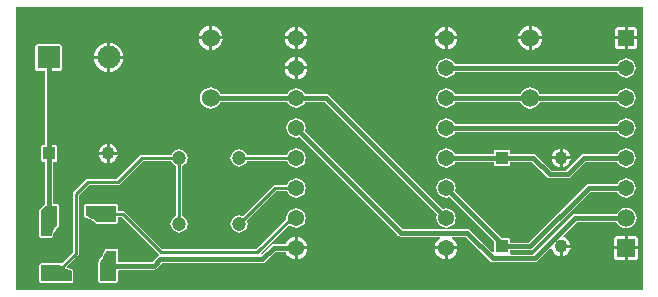
<source format=gtl>
G04 Layer_Physical_Order=1*
G04 Layer_Color=255*
%FSLAX44Y44*%
%MOMM*%
G71*
G01*
G75*
%ADD10R,1.0000X1.0000*%
%ADD11R,1.0000X1.0000*%
%ADD12C,0.3810*%
%ADD13C,0.2540*%
%ADD14C,1.3716*%
%ADD15C,1.9500*%
%ADD16R,1.9500X1.9500*%
%ADD17R,1.1000X1.1000*%
%ADD18C,1.1000*%
%ADD19R,1.5000X1.5000*%
%ADD20C,1.5000*%
%ADD21R,1.3700X1.3700*%
%ADD22C,1.3700*%
%ADD23C,1.2000*%
%ADD24C,1.5240*%
G36*
X1173430Y544880D02*
X642670D01*
Y784810D01*
X1173430D01*
Y544880D01*
D02*
G37*
%LPC*%
G36*
X1112442Y655320D02*
X1105770D01*
Y648648D01*
X1106599Y648757D01*
X1108555Y649567D01*
X1110234Y650856D01*
X1111523Y652535D01*
X1112333Y654491D01*
X1112442Y655320D01*
D02*
G37*
G36*
X719690Y659130D02*
X713018D01*
X713127Y658301D01*
X713937Y656345D01*
X715226Y654666D01*
X716905Y653377D01*
X718861Y652567D01*
X719690Y652458D01*
Y659130D01*
D02*
G37*
G36*
X728902D02*
X722230D01*
Y652458D01*
X723059Y652567D01*
X725015Y653377D01*
X726694Y654666D01*
X727983Y656345D01*
X728793Y658301D01*
X728902Y659130D01*
D02*
G37*
G36*
X880110Y690188D02*
X877988Y689909D01*
X876011Y689090D01*
X874313Y687787D01*
X873010Y686089D01*
X872191Y684112D01*
X871912Y681990D01*
X872191Y679868D01*
X873010Y677891D01*
X874313Y676193D01*
X876011Y674890D01*
X877988Y674071D01*
X880110Y673792D01*
X882232Y674071D01*
X883094Y674428D01*
X966721Y590801D01*
X967771Y590099D01*
X969010Y589853D01*
X1002078D01*
X1002358Y588652D01*
X1002349Y588583D01*
X1000407Y587093D01*
X998901Y585130D01*
X997954Y582843D01*
X997798Y581660D01*
X1007110D01*
X1016422D01*
X1016266Y582843D01*
X1015319Y585130D01*
X1013813Y587093D01*
X1011871Y588583D01*
X1011862Y588652D01*
X1012142Y589853D01*
X1023549D01*
X1044191Y569211D01*
X1045241Y568509D01*
X1046480Y568263D01*
X1082040D01*
X1083279Y568509D01*
X1084329Y569211D01*
X1095421Y580302D01*
X1096623Y579894D01*
X1096667Y579561D01*
X1097477Y577605D01*
X1098766Y575926D01*
X1100445Y574637D01*
X1102401Y573827D01*
X1103230Y573718D01*
Y581660D01*
X1104500D01*
Y582930D01*
X1112442D01*
X1112333Y583759D01*
X1111523Y585715D01*
X1110234Y587394D01*
X1108555Y588683D01*
X1106599Y589493D01*
X1106266Y589537D01*
X1105858Y590740D01*
X1117671Y602553D01*
X1151358D01*
X1151849Y601367D01*
X1153255Y599535D01*
X1155087Y598129D01*
X1157221Y597246D01*
X1159510Y596944D01*
X1161799Y597246D01*
X1163933Y598129D01*
X1165765Y599535D01*
X1167171Y601367D01*
X1168054Y603501D01*
X1168356Y605790D01*
X1168054Y608079D01*
X1167171Y610213D01*
X1165765Y612045D01*
X1163933Y613451D01*
X1161799Y614334D01*
X1159510Y614636D01*
X1157221Y614334D01*
X1155087Y613451D01*
X1153255Y612045D01*
X1151849Y610213D01*
X1151358Y609027D01*
X1116330D01*
X1115091Y608781D01*
X1114041Y608079D01*
X1080699Y574737D01*
X1062160D01*
X1061311Y576007D01*
X1061375Y576160D01*
Y578423D01*
X1078230D01*
X1079469Y578669D01*
X1080519Y579371D01*
X1129101Y627953D01*
X1152062D01*
X1152417Y627095D01*
X1153719Y625399D01*
X1155415Y624097D01*
X1157390Y623279D01*
X1159510Y623000D01*
X1161630Y623279D01*
X1163605Y624097D01*
X1165301Y625399D01*
X1166603Y627095D01*
X1167421Y629070D01*
X1167700Y631190D01*
X1167421Y633310D01*
X1166603Y635285D01*
X1165301Y636981D01*
X1163605Y638283D01*
X1161630Y639101D01*
X1159510Y639380D01*
X1157390Y639101D01*
X1155415Y638283D01*
X1153719Y636981D01*
X1152417Y635285D01*
X1152062Y634427D01*
X1127760D01*
X1126521Y634181D01*
X1125471Y633479D01*
X1076889Y584897D01*
X1061375D01*
Y587160D01*
X1060972Y588132D01*
X1060000Y588535D01*
X1054343D01*
X1014672Y628206D01*
X1015029Y629068D01*
X1015308Y631190D01*
X1015029Y633312D01*
X1014210Y635289D01*
X1012907Y636987D01*
X1011209Y638290D01*
X1009232Y639109D01*
X1007110Y639388D01*
X1004988Y639109D01*
X1003011Y638290D01*
X1001313Y636987D01*
X1000010Y635289D01*
X999191Y633312D01*
X998912Y631190D01*
X999191Y629068D01*
X1000010Y627091D01*
X1001313Y625393D01*
X1003011Y624090D01*
X1004988Y623271D01*
X1007110Y622992D01*
X1009232Y623271D01*
X1010094Y623628D01*
X1047625Y586096D01*
Y576729D01*
X1046355Y576203D01*
X1027179Y595379D01*
X1026129Y596081D01*
X1024890Y596327D01*
X970351D01*
X887672Y679006D01*
X888029Y679868D01*
X888308Y681990D01*
X888029Y684112D01*
X887210Y686089D01*
X885907Y687787D01*
X884209Y689090D01*
X882232Y689909D01*
X880110Y690188D01*
D02*
G37*
G36*
X1007110Y664788D02*
X1004988Y664509D01*
X1003011Y663690D01*
X1001313Y662387D01*
X1000010Y660689D01*
X999191Y658712D01*
X998912Y656590D01*
X999191Y654468D01*
X1000010Y652491D01*
X1001313Y650793D01*
X1003011Y649490D01*
X1004988Y648671D01*
X1007110Y648392D01*
X1009232Y648671D01*
X1011209Y649490D01*
X1012907Y650793D01*
X1014210Y652491D01*
X1014567Y653353D01*
X1047625D01*
Y651090D01*
X1048028Y650118D01*
X1049000Y649715D01*
X1060000D01*
X1060972Y650118D01*
X1061375Y651090D01*
Y653353D01*
X1079429D01*
X1092451Y640331D01*
X1093501Y639629D01*
X1094740Y639383D01*
X1109980D01*
X1111219Y639629D01*
X1112269Y640331D01*
X1125291Y653353D01*
X1152062D01*
X1152417Y652495D01*
X1153719Y650799D01*
X1155415Y649497D01*
X1157390Y648679D01*
X1159510Y648400D01*
X1161630Y648679D01*
X1163605Y649497D01*
X1165301Y650799D01*
X1166603Y652495D01*
X1167421Y654470D01*
X1167700Y656590D01*
X1167421Y658710D01*
X1166603Y660685D01*
X1165301Y662381D01*
X1163605Y663683D01*
X1161630Y664501D01*
X1159510Y664780D01*
X1157390Y664501D01*
X1155415Y663683D01*
X1153719Y662381D01*
X1152417Y660685D01*
X1152062Y659827D01*
X1123950D01*
X1122711Y659581D01*
X1121661Y658879D01*
X1108639Y645857D01*
X1096081D01*
X1083059Y658879D01*
X1082009Y659581D01*
X1080770Y659827D01*
X1061375D01*
Y662090D01*
X1060972Y663062D01*
X1060000Y663465D01*
X1049000D01*
X1048028Y663062D01*
X1047625Y662090D01*
Y659827D01*
X1014567D01*
X1014210Y660689D01*
X1012907Y662387D01*
X1011209Y663690D01*
X1009232Y664509D01*
X1007110Y664788D01*
D02*
G37*
G36*
X1103230Y655320D02*
X1096558D01*
X1096667Y654491D01*
X1097477Y652535D01*
X1098766Y650856D01*
X1100445Y649567D01*
X1102401Y648757D01*
X1103230Y648648D01*
Y655320D01*
D02*
G37*
G36*
Y664532D02*
X1102401Y664423D01*
X1100445Y663613D01*
X1098766Y662324D01*
X1097477Y660645D01*
X1096667Y658689D01*
X1096558Y657860D01*
X1103230D01*
Y664532D01*
D02*
G37*
G36*
X722230Y668342D02*
Y661670D01*
X728902D01*
X728793Y662499D01*
X727983Y664455D01*
X726694Y666134D01*
X725015Y667423D01*
X723059Y668233D01*
X722230Y668342D01*
D02*
G37*
G36*
X1007110Y690188D02*
X1004988Y689909D01*
X1003011Y689090D01*
X1001313Y687787D01*
X1000010Y686089D01*
X999191Y684112D01*
X998912Y681990D01*
X999191Y679868D01*
X1000010Y677891D01*
X1001313Y676193D01*
X1003011Y674890D01*
X1004988Y674071D01*
X1007110Y673792D01*
X1009232Y674071D01*
X1011209Y674890D01*
X1012907Y676193D01*
X1014210Y677891D01*
X1014567Y678753D01*
X1152062D01*
X1152417Y677895D01*
X1153719Y676199D01*
X1155415Y674897D01*
X1157390Y674079D01*
X1159510Y673800D01*
X1161630Y674079D01*
X1163605Y674897D01*
X1165301Y676199D01*
X1166603Y677895D01*
X1167421Y679870D01*
X1167700Y681990D01*
X1167421Y684110D01*
X1166603Y686085D01*
X1165301Y687781D01*
X1163605Y689083D01*
X1161630Y689901D01*
X1159510Y690180D01*
X1157390Y689901D01*
X1155415Y689083D01*
X1153719Y687781D01*
X1152417Y686085D01*
X1152062Y685227D01*
X1014567D01*
X1014210Y686089D01*
X1012907Y687787D01*
X1011209Y689090D01*
X1009232Y689909D01*
X1007110Y690188D01*
D02*
G37*
G36*
X1078230Y716357D02*
X1075909Y716051D01*
X1073747Y715155D01*
X1071890Y713730D01*
X1070465Y711873D01*
X1069948Y710627D01*
X1014567D01*
X1014210Y711489D01*
X1012907Y713187D01*
X1011209Y714490D01*
X1009232Y715309D01*
X1007110Y715588D01*
X1004988Y715309D01*
X1003011Y714490D01*
X1001313Y713187D01*
X1000010Y711489D01*
X999191Y709512D01*
X998912Y707390D01*
X999191Y705268D01*
X1000010Y703291D01*
X1001313Y701593D01*
X1003011Y700290D01*
X1004988Y699471D01*
X1007110Y699192D01*
X1009232Y699471D01*
X1011209Y700290D01*
X1012907Y701593D01*
X1014210Y703291D01*
X1014567Y704153D01*
X1069948D01*
X1070465Y702907D01*
X1071890Y701050D01*
X1073747Y699625D01*
X1075909Y698729D01*
X1078230Y698423D01*
X1080551Y698729D01*
X1082713Y699625D01*
X1084570Y701050D01*
X1085995Y702907D01*
X1086512Y704153D01*
X1152062D01*
X1152417Y703295D01*
X1153719Y701599D01*
X1155415Y700297D01*
X1157390Y699479D01*
X1159510Y699200D01*
X1161630Y699479D01*
X1163605Y700297D01*
X1165301Y701599D01*
X1166603Y703295D01*
X1167421Y705270D01*
X1167700Y707390D01*
X1167421Y709510D01*
X1166603Y711485D01*
X1165301Y713181D01*
X1163605Y714483D01*
X1161630Y715301D01*
X1159510Y715580D01*
X1157390Y715301D01*
X1155415Y714483D01*
X1153719Y713181D01*
X1152417Y711485D01*
X1152062Y710627D01*
X1086512D01*
X1085995Y711873D01*
X1084570Y713730D01*
X1082713Y715155D01*
X1080551Y716051D01*
X1078230Y716357D01*
D02*
G37*
G36*
X1105770Y664532D02*
Y657860D01*
X1112442D01*
X1112333Y658689D01*
X1111523Y660645D01*
X1110234Y662324D01*
X1108555Y663613D01*
X1106599Y664423D01*
X1105770Y664532D01*
D02*
G37*
G36*
X880110Y664788D02*
X877988Y664509D01*
X876011Y663690D01*
X874313Y662387D01*
X873010Y660689D01*
X872385Y659180D01*
X838646D01*
X838200Y660256D01*
X837035Y661775D01*
X835516Y662940D01*
X833748Y663673D01*
X831850Y663923D01*
X829952Y663673D01*
X828184Y662940D01*
X826665Y661775D01*
X825500Y660256D01*
X824767Y658488D01*
X824517Y656590D01*
X824767Y654692D01*
X825500Y652924D01*
X826665Y651405D01*
X828184Y650240D01*
X829952Y649507D01*
X831850Y649257D01*
X833748Y649507D01*
X835516Y650240D01*
X837035Y651405D01*
X838200Y652924D01*
X838646Y654000D01*
X872385D01*
X873010Y652491D01*
X874313Y650793D01*
X876011Y649490D01*
X877988Y648671D01*
X880110Y648392D01*
X882232Y648671D01*
X884209Y649490D01*
X885907Y650793D01*
X887210Y652491D01*
X888029Y654468D01*
X888308Y656590D01*
X888029Y658712D01*
X887210Y660689D01*
X885907Y662387D01*
X884209Y663690D01*
X882232Y664509D01*
X880110Y664788D01*
D02*
G37*
G36*
X719690Y668342D02*
X718861Y668233D01*
X716905Y667423D01*
X715226Y666134D01*
X713937Y664455D01*
X713127Y662499D01*
X713018Y661670D01*
X719690D01*
Y668342D01*
D02*
G37*
G36*
X880110Y639388D02*
X877988Y639109D01*
X876011Y638290D01*
X874313Y636987D01*
X873010Y635289D01*
X872385Y633780D01*
X862330D01*
X861339Y633583D01*
X860499Y633021D01*
X834824Y607347D01*
X833748Y607793D01*
X831850Y608043D01*
X829952Y607793D01*
X828184Y607060D01*
X826665Y605895D01*
X825500Y604376D01*
X824767Y602608D01*
X824517Y600710D01*
X824767Y598812D01*
X825500Y597044D01*
X826665Y595525D01*
X828184Y594360D01*
X829952Y593627D01*
X831850Y593377D01*
X833748Y593627D01*
X835516Y594360D01*
X837035Y595525D01*
X838200Y597044D01*
X838933Y598812D01*
X839183Y600710D01*
X838933Y602608D01*
X838487Y603684D01*
X863403Y628600D01*
X872385D01*
X873010Y627091D01*
X874313Y625393D01*
X876011Y624090D01*
X877988Y623271D01*
X880110Y622992D01*
X882232Y623271D01*
X884209Y624090D01*
X885907Y625393D01*
X887210Y627091D01*
X888029Y629068D01*
X888308Y631190D01*
X888029Y633312D01*
X887210Y635289D01*
X885907Y636987D01*
X884209Y638290D01*
X882232Y639109D01*
X880110Y639388D01*
D02*
G37*
G36*
X889422Y579120D02*
X881380D01*
Y571078D01*
X882563Y571234D01*
X884849Y572181D01*
X886813Y573687D01*
X888319Y575650D01*
X889266Y577937D01*
X889422Y579120D01*
D02*
G37*
G36*
X1016422D02*
X1008380D01*
Y571078D01*
X1009563Y571234D01*
X1011850Y572181D01*
X1013813Y573687D01*
X1015319Y575650D01*
X1016266Y577937D01*
X1016422Y579120D01*
D02*
G37*
G36*
X1112442Y580390D02*
X1105770D01*
Y573718D01*
X1106599Y573827D01*
X1108555Y574637D01*
X1110234Y575926D01*
X1111523Y577605D01*
X1112333Y579561D01*
X1112442Y580390D01*
D02*
G37*
G36*
X1158240Y579120D02*
X1149420D01*
Y572890D01*
X1149617Y571899D01*
X1150179Y571059D01*
X1151019Y570497D01*
X1152010Y570300D01*
X1158240D01*
Y579120D01*
D02*
G37*
G36*
X1169600D02*
X1160780D01*
Y570300D01*
X1167010D01*
X1168001Y570497D01*
X1168841Y571059D01*
X1169403Y571899D01*
X1169600Y572890D01*
Y579120D01*
D02*
G37*
G36*
X1005840D02*
X997798D01*
X997954Y577937D01*
X998901Y575650D01*
X1000407Y573687D01*
X1002371Y572181D01*
X1004657Y571234D01*
X1005840Y571078D01*
Y579120D01*
D02*
G37*
G36*
X1158240Y590480D02*
X1152010D01*
X1151019Y590283D01*
X1150179Y589721D01*
X1149617Y588881D01*
X1149420Y587890D01*
Y581660D01*
X1158240D01*
Y590480D01*
D02*
G37*
G36*
X781050Y663923D02*
X779152Y663673D01*
X777384Y662940D01*
X775865Y661775D01*
X774700Y660256D01*
X774254Y659180D01*
X749300D01*
X748309Y658983D01*
X747469Y658421D01*
X727907Y638860D01*
X703580D01*
X702589Y638663D01*
X701749Y638101D01*
X691589Y627941D01*
X691027Y627101D01*
X690830Y626110D01*
Y576733D01*
X681177Y567080D01*
X680963Y567257D01*
X680517Y567396D01*
X680085Y567575D01*
X663960D01*
X663960Y567575D01*
X662988Y567172D01*
X662988Y567172D01*
X662585Y566200D01*
X662585Y566200D01*
X662586Y552200D01*
X662988Y551228D01*
X662988Y551228D01*
X663960Y550826D01*
X689960Y550825D01*
X689960Y550825D01*
X689960Y550825D01*
X690486Y551043D01*
X690932Y551228D01*
X690932Y551228D01*
X690932Y551228D01*
X691117Y551674D01*
X691335Y552200D01*
X691335Y552200D01*
X691335Y552200D01*
X691334Y560962D01*
X691202Y561282D01*
X691164Y561625D01*
X691008Y561750D01*
X690931Y561934D01*
X690612Y562067D01*
X690342Y562283D01*
X689046Y562658D01*
X686763Y563544D01*
X686407Y564356D01*
X686325Y564902D01*
X695251Y573829D01*
X695813Y574669D01*
X696010Y575660D01*
Y625037D01*
X704653Y633680D01*
X728980D01*
X729971Y633877D01*
X730811Y634439D01*
X750373Y654000D01*
X774254D01*
X774700Y652924D01*
X775865Y651405D01*
X777384Y650240D01*
X778460Y649794D01*
Y607506D01*
X777384Y607060D01*
X775865Y605895D01*
X774700Y604376D01*
X773967Y602608D01*
X773717Y600710D01*
X773967Y598812D01*
X774700Y597044D01*
X775865Y595525D01*
X777384Y594360D01*
X779152Y593627D01*
X781050Y593377D01*
X782948Y593627D01*
X784716Y594360D01*
X786235Y595525D01*
X787400Y597044D01*
X788133Y598812D01*
X788383Y600710D01*
X788133Y602608D01*
X787400Y604376D01*
X786235Y605895D01*
X784716Y607060D01*
X783640Y607506D01*
Y649794D01*
X784716Y650240D01*
X786235Y651405D01*
X787400Y652924D01*
X788133Y654692D01*
X788383Y656590D01*
X788133Y658488D01*
X787400Y660256D01*
X786235Y661775D01*
X784716Y662940D01*
X782948Y663673D01*
X781050Y663923D01*
D02*
G37*
G36*
X807720Y716357D02*
X805399Y716051D01*
X803237Y715155D01*
X801380Y713730D01*
X799955Y711873D01*
X799059Y709711D01*
X798753Y707390D01*
X799059Y705069D01*
X799955Y702907D01*
X801380Y701050D01*
X803237Y699625D01*
X805399Y698729D01*
X807720Y698423D01*
X810041Y698729D01*
X812203Y699625D01*
X814060Y701050D01*
X815485Y702907D01*
X816002Y704153D01*
X872653D01*
X873010Y703291D01*
X874313Y701593D01*
X876011Y700290D01*
X877988Y699471D01*
X880110Y699192D01*
X882232Y699471D01*
X884209Y700290D01*
X885907Y701593D01*
X887210Y703291D01*
X887567Y704153D01*
X904169D01*
X999548Y608774D01*
X999191Y607912D01*
X998912Y605790D01*
X999191Y603668D01*
X1000010Y601691D01*
X1001313Y599993D01*
X1003011Y598690D01*
X1004988Y597871D01*
X1007110Y597592D01*
X1009232Y597871D01*
X1011209Y598690D01*
X1012907Y599993D01*
X1014210Y601691D01*
X1015029Y603668D01*
X1015308Y605790D01*
X1015029Y607912D01*
X1014210Y609889D01*
X1012907Y611587D01*
X1011209Y612890D01*
X1009232Y613709D01*
X1007110Y613988D01*
X1004988Y613709D01*
X1004126Y613352D01*
X907799Y709679D01*
X906749Y710381D01*
X905510Y710627D01*
X887567D01*
X887210Y711489D01*
X885907Y713187D01*
X884209Y714490D01*
X882232Y715309D01*
X880110Y715588D01*
X877988Y715309D01*
X876011Y714490D01*
X874313Y713187D01*
X873010Y711489D01*
X872653Y710627D01*
X816002D01*
X815485Y711873D01*
X814060Y713730D01*
X812203Y715155D01*
X810041Y716051D01*
X807720Y716357D01*
D02*
G37*
G36*
X727960Y617575D02*
X701960Y617575D01*
X701960Y617575D01*
X701960Y617575D01*
X701557Y617408D01*
X700988Y617172D01*
X700988Y617172D01*
X700988Y617172D01*
X700752Y616603D01*
X700585Y616200D01*
X700585Y616200D01*
X700585Y616200D01*
X700586Y607438D01*
X700586Y607438D01*
X700718Y607118D01*
X700756Y606775D01*
X700912Y606650D01*
X700988Y606466D01*
X700988Y606466D01*
X700989Y606466D01*
X701064Y606434D01*
X701064Y606434D01*
X701161Y606394D01*
X701308Y606333D01*
X701578Y606117D01*
X702874Y605742D01*
X705370Y604773D01*
X707717Y603528D01*
X709919Y602005D01*
X710957Y601143D01*
X711403Y601004D01*
X711835Y600825D01*
X727960Y600825D01*
X728932Y601228D01*
X728932Y601228D01*
X729335Y602200D01*
X729335Y606610D01*
X732117D01*
X763651Y575076D01*
X763705Y574845D01*
X763626Y573899D01*
X763483Y573553D01*
X762886Y573154D01*
X758169Y568437D01*
X729335D01*
X729335Y578200D01*
X729335Y578200D01*
X729335Y578200D01*
X729168Y578603D01*
X728932Y579172D01*
X728932Y579172D01*
X728932Y579172D01*
X728363Y579408D01*
X727960Y579575D01*
X727960Y579575D01*
X727960Y579575D01*
X719198Y579574D01*
X718878Y579442D01*
X718535Y579403D01*
X718410Y579248D01*
X718226Y579171D01*
X718226Y579171D01*
X718226Y579171D01*
X718093Y578852D01*
X717877Y578582D01*
X717502Y577286D01*
X716533Y574790D01*
X715415Y572681D01*
X714969Y572593D01*
X714129Y572031D01*
X713567Y571191D01*
X713370Y570200D01*
Y569766D01*
X712903Y569203D01*
X712764Y568757D01*
X712585Y568325D01*
X712585Y552200D01*
X712585Y552200D01*
X712988Y551228D01*
X712988Y551228D01*
X713960Y550825D01*
X713960Y550825D01*
X727960Y550826D01*
X728932Y551228D01*
X728932Y551228D01*
X729335Y552200D01*
X729335Y561065D01*
X730233Y561963D01*
X759510D01*
X760749Y562209D01*
X761799Y562911D01*
X766516Y567628D01*
X851471D01*
X852710Y567874D01*
X853760Y568576D01*
X862337Y577153D01*
X871279D01*
X871901Y575650D01*
X873407Y573687D01*
X875370Y572181D01*
X877657Y571234D01*
X878840Y571078D01*
Y580390D01*
Y589702D01*
X877657Y589546D01*
X875370Y588599D01*
X873407Y587093D01*
X871901Y585130D01*
X871279Y583627D01*
X860996D01*
X859757Y583381D01*
X858707Y582679D01*
X851060Y575032D01*
X851011Y575042D01*
X850592Y576420D01*
X874175Y600002D01*
X874313Y599993D01*
X876011Y598690D01*
X877988Y597871D01*
X880110Y597592D01*
X882232Y597871D01*
X884209Y598690D01*
X885907Y599993D01*
X887210Y601691D01*
X888029Y603668D01*
X888308Y605790D01*
X888029Y607912D01*
X887210Y609889D01*
X885907Y611587D01*
X884209Y612890D01*
X882232Y613709D01*
X880110Y613988D01*
X877988Y613709D01*
X876011Y612890D01*
X874313Y611587D01*
X873010Y609889D01*
X872191Y607912D01*
X871912Y605790D01*
X871996Y605149D01*
X846017Y579170D01*
X766883D01*
X735021Y611031D01*
X734181Y611593D01*
X733190Y611790D01*
X730233D01*
X729335Y612688D01*
X729335Y616200D01*
X728932Y617172D01*
X728932Y617172D01*
X728530Y617339D01*
X727960Y617575D01*
D02*
G37*
G36*
X1167010Y590480D02*
X1160780D01*
Y581660D01*
X1169600D01*
Y587890D01*
X1169403Y588881D01*
X1168841Y589721D01*
X1168001Y590283D01*
X1167010Y590480D01*
D02*
G37*
G36*
X881380Y589702D02*
Y581660D01*
X889422D01*
X889266Y582843D01*
X888319Y585130D01*
X886813Y587093D01*
X884849Y588599D01*
X882563Y589546D01*
X881380Y589702D01*
D02*
G37*
G36*
X680310Y752805D02*
X660810D01*
X659838Y752402D01*
X659435Y751430D01*
Y731930D01*
X659838Y730958D01*
X660810Y730555D01*
X667323D01*
Y667275D01*
X665460D01*
X664488Y666872D01*
X664085Y665900D01*
Y654900D01*
X664488Y653928D01*
X665460Y653525D01*
X667723D01*
Y617476D01*
X666988Y617172D01*
X666988Y617172D01*
X662988Y613172D01*
X662585Y612200D01*
X662585Y612200D01*
Y590200D01*
X662988Y589228D01*
X663960Y588825D01*
X672722D01*
X673044Y588958D01*
X673385Y588996D01*
X673509Y589151D01*
X673694Y589228D01*
X673827Y589549D01*
X674043Y589818D01*
X674418Y591114D01*
X675387Y593610D01*
X676632Y595957D01*
X678155Y598159D01*
X679018Y599196D01*
X679157Y599648D01*
X679335Y600075D01*
Y616200D01*
X678932Y617172D01*
X677960Y617575D01*
X674197D01*
Y653525D01*
X676460D01*
X677432Y653928D01*
X677835Y654900D01*
Y665900D01*
X677432Y666872D01*
X676460Y667275D01*
X673797D01*
Y730555D01*
X680310D01*
X681282Y730958D01*
X681685Y731930D01*
Y751430D01*
X681282Y752402D01*
X680310Y752805D01*
D02*
G37*
G36*
X878840Y731520D02*
X870798D01*
X870954Y730337D01*
X871901Y728051D01*
X873407Y726087D01*
X875370Y724581D01*
X877657Y723634D01*
X878840Y723478D01*
Y731520D01*
D02*
G37*
G36*
X1016422Y756920D02*
X1008380D01*
Y748878D01*
X1009563Y749034D01*
X1011850Y749981D01*
X1013813Y751487D01*
X1015319Y753450D01*
X1016266Y755737D01*
X1016422Y756920D01*
D02*
G37*
G36*
X878840Y767502D02*
X877657Y767346D01*
X875370Y766399D01*
X873407Y764893D01*
X871901Y762930D01*
X870954Y760643D01*
X870798Y759460D01*
X878840D01*
Y767502D01*
D02*
G37*
G36*
X1005840D02*
X1004657Y767346D01*
X1002371Y766399D01*
X1000407Y764893D01*
X998901Y762930D01*
X997954Y760643D01*
X997798Y759460D01*
X1005840D01*
Y767502D01*
D02*
G37*
G36*
X889422Y756920D02*
X881380D01*
Y748878D01*
X882563Y749034D01*
X884849Y749981D01*
X886813Y751487D01*
X888319Y753450D01*
X889266Y755737D01*
X889422Y756920D01*
D02*
G37*
G36*
X878840D02*
X870798D01*
X870954Y755737D01*
X871901Y753450D01*
X873407Y751487D01*
X875370Y749981D01*
X877657Y749034D01*
X878840Y748878D01*
Y756920D01*
D02*
G37*
G36*
X1008380Y767502D02*
Y759460D01*
X1016422D01*
X1016266Y760643D01*
X1015319Y762930D01*
X1013813Y764893D01*
X1011850Y766399D01*
X1009563Y767346D01*
X1008380Y767502D01*
D02*
G37*
G36*
X1005840Y756920D02*
X997798D01*
X997954Y755737D01*
X998901Y753450D01*
X1000407Y751487D01*
X1002371Y749981D01*
X1004657Y749034D01*
X1005840Y748878D01*
Y756920D01*
D02*
G37*
G36*
X1079500Y768270D02*
Y759460D01*
X1088310D01*
X1088129Y760842D01*
X1087105Y763314D01*
X1085476Y765436D01*
X1083354Y767065D01*
X1080882Y768089D01*
X1079500Y768270D01*
D02*
G37*
G36*
X1166360Y767630D02*
X1160780D01*
Y759460D01*
X1168950D01*
Y765040D01*
X1168753Y766031D01*
X1168191Y766871D01*
X1167351Y767433D01*
X1166360Y767630D01*
D02*
G37*
G36*
X881380Y767502D02*
Y759460D01*
X889422D01*
X889266Y760643D01*
X888319Y762930D01*
X886813Y764893D01*
X884849Y766399D01*
X882563Y767346D01*
X881380Y767502D01*
D02*
G37*
G36*
X808990Y768270D02*
Y759460D01*
X817801D01*
X817618Y760842D01*
X816595Y763314D01*
X814966Y765436D01*
X812844Y767065D01*
X810372Y768089D01*
X808990Y768270D01*
D02*
G37*
G36*
X806450D02*
X805068Y768089D01*
X802596Y767065D01*
X800474Y765436D01*
X798845Y763314D01*
X797822Y760842D01*
X797639Y759460D01*
X806450D01*
Y768270D01*
D02*
G37*
G36*
X1076960D02*
X1075578Y768089D01*
X1073106Y767065D01*
X1070984Y765436D01*
X1069355Y763314D01*
X1068332Y760842D01*
X1068149Y759460D01*
X1076960D01*
Y768270D01*
D02*
G37*
G36*
X1158240Y767630D02*
X1152660D01*
X1151669Y767433D01*
X1150829Y766871D01*
X1150267Y766031D01*
X1150070Y765040D01*
Y759460D01*
X1158240D01*
Y767630D01*
D02*
G37*
G36*
X878840Y742102D02*
X877657Y741946D01*
X875370Y740999D01*
X873407Y739493D01*
X871901Y737530D01*
X870954Y735243D01*
X870798Y734060D01*
X878840D01*
Y742102D01*
D02*
G37*
G36*
X881380D02*
Y734060D01*
X889422D01*
X889266Y735243D01*
X888319Y737530D01*
X886813Y739493D01*
X884849Y740999D01*
X882563Y741946D01*
X881380Y742102D01*
D02*
G37*
G36*
X720090Y753909D02*
X718152Y753654D01*
X715162Y752415D01*
X712595Y750445D01*
X710625Y747878D01*
X709386Y744888D01*
X709131Y742950D01*
X720090D01*
Y753909D01*
D02*
G37*
G36*
X733589Y740410D02*
X722630D01*
Y729451D01*
X724568Y729706D01*
X727558Y730945D01*
X730125Y732915D01*
X732095Y735482D01*
X733334Y738472D01*
X733589Y740410D01*
D02*
G37*
G36*
X889422Y731520D02*
X881380D01*
Y723478D01*
X882563Y723634D01*
X884849Y724581D01*
X886813Y726087D01*
X888319Y728051D01*
X889266Y730337D01*
X889422Y731520D01*
D02*
G37*
G36*
X1007110Y740988D02*
X1004988Y740709D01*
X1003011Y739890D01*
X1001313Y738587D01*
X1000010Y736889D01*
X999191Y734912D01*
X998912Y732790D01*
X999191Y730668D01*
X1000010Y728691D01*
X1001313Y726993D01*
X1003011Y725690D01*
X1004988Y724871D01*
X1007110Y724592D01*
X1009232Y724871D01*
X1011209Y725690D01*
X1012907Y726993D01*
X1014210Y728691D01*
X1014567Y729553D01*
X1152062D01*
X1152417Y728695D01*
X1153719Y726999D01*
X1155415Y725697D01*
X1157390Y724879D01*
X1159510Y724600D01*
X1161630Y724879D01*
X1163605Y725697D01*
X1165301Y726999D01*
X1166603Y728695D01*
X1167421Y730670D01*
X1167700Y732790D01*
X1167421Y734910D01*
X1166603Y736885D01*
X1165301Y738581D01*
X1163605Y739883D01*
X1161630Y740701D01*
X1159510Y740980D01*
X1157390Y740701D01*
X1155415Y739883D01*
X1153719Y738581D01*
X1152417Y736885D01*
X1152062Y736027D01*
X1014567D01*
X1014210Y736889D01*
X1012907Y738587D01*
X1011209Y739890D01*
X1009232Y740709D01*
X1007110Y740988D01*
D02*
G37*
G36*
X720090Y740410D02*
X709131D01*
X709386Y738472D01*
X710625Y735482D01*
X712595Y732915D01*
X715162Y730945D01*
X718152Y729706D01*
X720090Y729451D01*
Y740410D01*
D02*
G37*
G36*
X722630Y753909D02*
Y742950D01*
X733589D01*
X733334Y744888D01*
X732095Y747878D01*
X730125Y750445D01*
X727558Y752415D01*
X724568Y753654D01*
X722630Y753909D01*
D02*
G37*
G36*
X1088310Y756920D02*
X1079500D01*
Y748110D01*
X1080882Y748291D01*
X1083354Y749315D01*
X1085476Y750944D01*
X1087105Y753066D01*
X1088129Y755538D01*
X1088310Y756920D01*
D02*
G37*
G36*
X1158240D02*
X1150070D01*
Y751340D01*
X1150267Y750349D01*
X1150829Y749509D01*
X1151669Y748947D01*
X1152660Y748750D01*
X1158240D01*
Y756920D01*
D02*
G37*
G36*
X1168950D02*
X1160780D01*
Y748750D01*
X1166360D01*
X1167351Y748947D01*
X1168191Y749509D01*
X1168753Y750349D01*
X1168950Y751340D01*
Y756920D01*
D02*
G37*
G36*
X817801D02*
X808990D01*
Y748110D01*
X810372Y748291D01*
X812844Y749315D01*
X814966Y750944D01*
X816595Y753066D01*
X817618Y755538D01*
X817801Y756920D01*
D02*
G37*
G36*
X806450D02*
X797639D01*
X797822Y755538D01*
X798845Y753066D01*
X800474Y750944D01*
X802596Y749315D01*
X805068Y748291D01*
X806450Y748110D01*
Y756920D01*
D02*
G37*
G36*
X1076960D02*
X1068149D01*
X1068332Y755538D01*
X1069355Y753066D01*
X1070984Y750944D01*
X1073106Y749315D01*
X1075578Y748291D01*
X1076960Y748110D01*
Y756920D01*
D02*
G37*
%LPD*%
G36*
X681169Y565299D02*
X683487Y563695D01*
X685977Y562374D01*
X688605Y561355D01*
X689959Y560962D01*
X689960Y552200D01*
X663960Y552200D01*
X663960Y566200D01*
X680085D01*
X681169Y565299D01*
D02*
G37*
G36*
X727960Y552200D02*
X713960Y552200D01*
X713960Y568325D01*
X714861Y569409D01*
X716465Y571727D01*
X717786Y574217D01*
X718805Y576845D01*
X719198Y578199D01*
X719198Y578199D01*
X727960Y578200D01*
X727960Y552200D01*
D02*
G37*
G36*
X727960Y602200D02*
X711835Y602200D01*
X710751Y603101D01*
X708433Y604705D01*
X705943Y606026D01*
X703315Y607045D01*
X701961Y607438D01*
X701961Y607438D01*
X701960Y616200D01*
X727960Y616200D01*
X727960Y602200D01*
D02*
G37*
G36*
X677960Y600075D02*
X677960Y600075D01*
X677059Y598991D01*
X675455Y596673D01*
X674135Y594183D01*
X673115Y591555D01*
X672722Y590201D01*
X672722D01*
Y590200D01*
X663960D01*
Y612200D01*
X667960Y616200D01*
X677960D01*
Y600075D01*
D02*
G37*
D10*
X670960Y603200D02*
D03*
X720960Y565200D02*
D03*
D11*
X676960Y559200D02*
D03*
X714960Y609200D02*
D03*
D12*
X1123950Y656590D02*
X1159510D01*
X1109980Y642620D02*
X1123950Y656590D01*
X1116330Y605790D02*
X1159510D01*
X720960Y565200D02*
X759510D01*
X765175Y570865D01*
X851471D01*
X860996Y580390D01*
X880110D01*
X670960Y603200D02*
Y660400D01*
X670560Y660800D02*
X670960Y660400D01*
X670560Y660800D02*
Y741680D01*
X807720Y707390D02*
X880110D01*
X1082040Y571500D02*
X1116330Y605790D01*
X1046480Y571500D02*
X1082040D01*
X1024890Y593090D02*
X1046480Y571500D01*
X969010Y593090D02*
X1024890D01*
X1054500Y581660D02*
Y583800D01*
X1007110Y631190D02*
X1054500Y583800D01*
X880110Y681990D02*
X969010Y593090D01*
X905510Y707390D02*
X1007110Y605790D01*
X880110Y707390D02*
X905510D01*
X1127760Y631190D02*
X1159510D01*
X1078230Y581660D02*
X1127760Y631190D01*
X1054500Y581660D02*
X1078230D01*
X1054500Y656590D02*
X1080770D01*
X1094740Y642620D01*
X1109980D01*
X1007110Y656590D02*
X1054500D01*
X1007110Y681990D02*
X1159510D01*
X1078230Y707390D02*
X1159510D01*
X1007110D02*
X1078230D01*
X1007110Y732790D02*
X1159510D01*
D13*
X765810Y576580D02*
X847090D01*
X733190Y609200D02*
X765810Y576580D01*
X714960Y609200D02*
X733190D01*
X876300Y605790D02*
X880110D01*
X847090Y576580D02*
X876300Y605790D01*
X749300Y656590D02*
X781050D01*
X728980Y636270D02*
X749300Y656590D01*
X703580Y636270D02*
X728980D01*
X693420Y626110D02*
X703580Y636270D01*
X693420Y575660D02*
Y626110D01*
X676960Y559200D02*
X693420Y575660D01*
X781050Y600710D02*
Y656590D01*
X862330Y631190D02*
X880110D01*
X831850Y600710D02*
X862330Y631190D01*
X831850Y656590D02*
X880110D01*
D14*
Y580390D02*
D03*
Y605790D02*
D03*
Y631190D02*
D03*
Y656590D02*
D03*
Y681990D02*
D03*
Y707390D02*
D03*
Y732790D02*
D03*
Y758190D02*
D03*
X1007110D02*
D03*
Y732790D02*
D03*
Y707390D02*
D03*
Y681990D02*
D03*
Y656590D02*
D03*
Y631190D02*
D03*
Y605790D02*
D03*
Y580390D02*
D03*
D15*
X721360Y741680D02*
D03*
D16*
X670560D02*
D03*
D17*
X670960Y660400D02*
D03*
X1054500Y581660D02*
D03*
Y656590D02*
D03*
D18*
X720960Y660400D02*
D03*
X1104500Y581660D02*
D03*
Y656590D02*
D03*
D19*
X1159510Y580390D02*
D03*
D20*
Y605790D02*
D03*
D21*
Y758190D02*
D03*
D22*
Y732790D02*
D03*
Y707390D02*
D03*
Y681990D02*
D03*
Y656590D02*
D03*
Y631190D02*
D03*
D23*
X831850Y656590D02*
D03*
X781050D02*
D03*
X831850Y600710D02*
D03*
X781050D02*
D03*
D24*
X1078230Y758190D02*
D03*
Y707390D02*
D03*
X807720Y758190D02*
D03*
Y707390D02*
D03*
M02*

</source>
